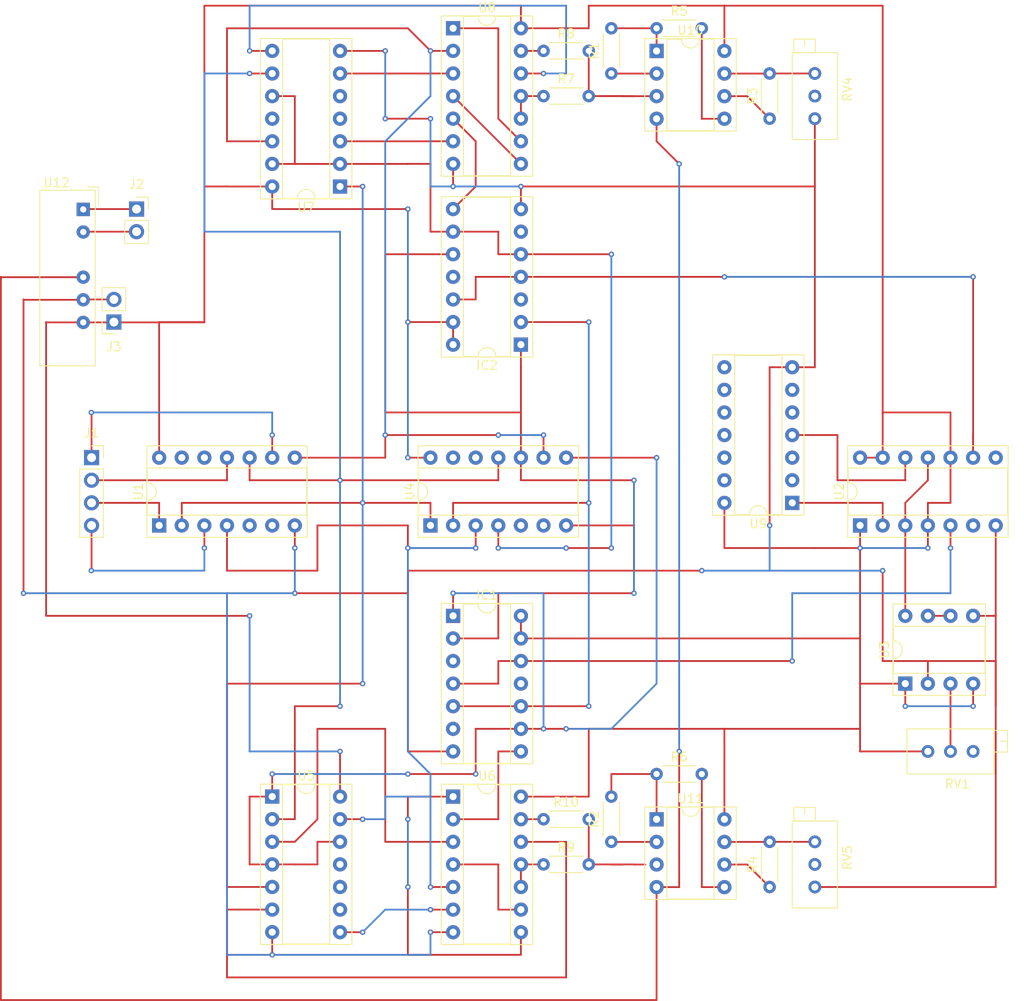
<source format=kicad_pcb>
(kicad_pcb (version 20240108) (generator "pcbnew") (generator_version "8.0")
  (layers (0 "F.Cu" signal) (1 "In1.Cu" signal) (2 "In2.Cu" signal) (31 "B.Cu" signal) (34 "B.Paste" user) (35 "F.Paste" user) (36 "B.SilkS" user "B.Silkscreen") (37 "F.SilkS" user "F.Silkscreen") (38 "B.Mask" user) (39 "F.Mask" user) (44 "Edge.Cuts" user))
  (net 0 "")
  (net 1 "E")
  (net 2 "Net-(IC1-Pad6)")
  (net 3 "+5V")
  (net 4 "GND")
  (net 6 "~B")
  (net 7 "~A")
  (net 8 "~C")
  (net 10 "Net-(IC1-Pad8)")
  (net 12 "~D")
  (net 14 "Net-(IC2-Pad6)")
  (net 15 "Net-(IC2-Pad8)")
  (net 16 "F")
  (net 17 "Net-(J1-Pin_2)")
  (net 18 "Net-(J1-Pin_1)")
  (net 19 "Net-(J1-Pin_3)")
  (net 20 "Net-(J1-Pin_4)")
  (net 21 "Net-(R1-Pad2)")
  (net 22 "Net-(U10A--)")
  (net 23 "Net-(U10B--)")
  (net 24 "Net-(R2-Pad2)")
  (net 25 "Net-(U11A--)")
  (net 26 "Net-(R3-Pad2)")
  (net 27 "Net-(R4-Pad2)")
  (net 28 "Net-(U11B--)")
  (net 29 "Net-(U11A-+)")
  (net 30 "Net-(U11B-+)")
  (net 31 "ML0")
  (net 32 "Net-(U10A-+)")
  (net 33 "ML1")
  (net 34 "MR0")
  (net 35 "Net-(U10B-+)")
  (net 36 "MR1")
  (net 37 "Net-(U3-SET)")
  (net 39 "MD_IN1")
  (net 41 "D")
  (net 42 "B")
  (net 44 "C")
  (net 45 "A")
  (net 46 "CLR")
  (net 47 "~E")
  (net 48 "D_1")
  (net 49 "~F")
  (net 50 "D_2")
  (net 51 "Net-(U3-DIV)")
  (net 54 "Net-(U5-Pad8)")
  (net 55 "Net-(U5-Pad11)")
  (net 56 "Net-(U5-Pad6)")
  (net 57 "Net-(U5-Pad3)")
  (net 58 "Net-(U6-Pad4)")
  (net 59 "Net-(U6-Pad1)")
  (net 60 "Net-(U7-Pad3)")
  (net 61 "Net-(U7-Pad6)")
  (net 62 "Net-(U7-Pad8)")
  (net 63 "Net-(U7-Pad11)")
  (net 64 "Net-(U8-Pad1)")
  (net 71 "-5V")
  (net 72 "Net-(J2-Pin_2)")
  (net 73 "Net-(J2-Pin_1)")
  (net 78 "Net-(U8-Pad4)")
  (net 79 "MD_IN2")
  (footprint "Connector_PinSocket_2.54mm:PinSocket_1x04_P2.54mm_Vertical" (layer "F.Cu") (at 25.425 86.36)
    (property "Reference" "J1")
    (property "Value" "Conn_01x04_Socket")
  )
  (footprint "Resistor_THT:R_Axial_DIN0204_L3.6mm_D1.6mm_P5.08mm_Horizontal" (layer "F.Cu") (at 76.2 132.08)
    (property "Reference" "R9")
    (property "Value" "10k")
  )
  (footprint "Potentiometer_THT:Potentiometer_Bourns_3296X_Horizontal" (layer "F.Cu") (at 119.38 119.38 180)
    (property "Reference" "RV1")
    (property "Value" "R_Potentiometer")
  )
  (footprint "Package_DIP:DIP-14_W7.62mm_Socket" (layer "F.Cu") (at 66.04 38.1)
    (property "Reference" "U8")
    (property "Value" "74HC02")
  )
  (footprint "Package_DIP:DIP-14_W7.62mm_Socket" (layer "F.Cu") (at 53.34 55.885 180)
    (property "Reference" "U7")
    (property "Value" "74HC00")
  )
  (footprint "Connector_PinSocket_2.54mm:PinSocket_1x02_P2.54mm_Vertical" (layer "F.Cu") (at 30.48 58.42)
    (property "Reference" "J2")
    (property "Value" "Conn_01x02_Pin")
  )
  (footprint "Package_DIP:DIP-14_W7.62mm_Socket" (layer "F.Cu") (at 104.14 91.44 180)
    (property "Reference" "U9")
    (property "Value" "74HC02")
  )
  (footprint "Package_DIP:DIP-14_W7.62mm_Socket" (layer "F.Cu") (at 66.04 104.14)
    (property "Reference" "IC1")
    (property "Value" "tc74hc21ap")
  )
  (footprint "Resistor_THT:R_Axial_DIN0204_L3.6mm_D1.6mm_P5.08mm_Horizontal" (layer "F.Cu") (at 76.2 127)
    (property "Reference" "R10")
    (property "Value" "10k")
  )
  (footprint "Resistor_THT:R_Axial_DIN0204_L3.6mm_D1.6mm_P5.08mm_Horizontal" (layer "F.Cu") (at 83.82 129.54 90)
    (property "Reference" "R2")
    (property "Value" "5.1k")
  )
  (footprint "Package_DIP:DIP-14_W7.62mm_Socket" (layer "F.Cu") (at 63.5 93.98 90)
    (property "Reference" "U4")
    (property "Value" "74HC04")
  )
  (footprint "Resistor_THT:R_Axial_DIN0204_L3.6mm_D1.6mm_P5.08mm_Horizontal" (layer "F.Cu") (at 76.2 45.72)
    (property "Reference" "R7")
    (property "Value" "10k")
  )
  (footprint "Package_DIP:DIP-8_W7.62mm_Socket" (layer "F.Cu") (at 116.84 111.76 90)
    (property "Reference" "U3")
    (property "Value" "~")
  )
  (footprint "Package_DIP:DIP-8_W7.62mm_Socket" (layer "F.Cu") (at 88.9 40.65)
    (property "Reference" "U10")
    (property "Value" "NJM4558")
  )
  (footprint "Resistor_THT:R_Axial_DIN0204_L3.6mm_D1.6mm_P5.08mm_Horizontal" (layer "F.Cu") (at 101.6 48.26 90)
    (property "Reference" "R3")
    (property "Value" "10k")
  )
  (footprint "Resistor_THT:R_Axial_DIN0204_L3.6mm_D1.6mm_P5.08mm_Horizontal" (layer "F.Cu") (at 88.9 38.1)
    (property "Reference" "R5")
    (property "Value" "10k")
  )
  (footprint "Resistor_THT:R_Axial_DIN0204_L3.6mm_D1.6mm_P5.08mm_Horizontal" (layer "F.Cu") (at 76.2 40.64)
    (property "Reference" "R8")
    (property "Value" "10k")
  )
  (footprint "Connector_PinSocket_2.54mm:PinSocket_1x02_P2.54mm_Vertical" (layer "F.Cu") (at 27.94 71.12 180)
    (property "Reference" "J3")
    (property "Value" "Conn_01x02_Pin")
  )
  (footprint "Package_DIP:DIP-14_W7.62mm_Socket" (layer "F.Cu") (at 45.72 124.455)
    (property "Reference" "U5")
    (property "Value" "74HC00")
  )
  (footprint "Package_DIP:DIP-14_W7.62mm_Socket" (layer "F.Cu") (at 73.66 73.66 180)
    (property "Reference" "IC2")
    (property "Value" "tc74hc21ap")
  )
  (footprint "Package_DIP:DIP-14_W7.62mm_Socket" (layer "F.Cu") (at 33.02 93.98 90)
    (property "Reference" "U1")
    (property "Value" "74LS07")
  )
  (footprint "Package_DIP:DIP-8_W7.62mm_Socket" (layer "F.Cu") (at 88.9 127.01)
    (property "Reference" "U11")
    (property "Value" "NJM4558")
  )
  (footprint "Converter_DCDC:Converter_DCDC_Murata_NMAxxxxSC_THT" (layer "F.Cu") (at 24.4925 58.4575)
    (property "Reference" "U12")
    (property "Value" "NMA0515SC")
  )
  (footprint "Package_DIP:DIP-14_W7.62mm_Socket" (layer "F.Cu") (at 111.76 93.98 90)
    (property "Reference" "U2")
    (property "Value" "74HC74")
  )
  (footprint "Resistor_THT:R_Axial_DIN0204_L3.6mm_D1.6mm_P5.08mm_Horizontal" (layer "F.Cu") (at 83.82 43.18 90)
    (property "Reference" "R1")
    (property "Value" "5.1k")
  )
  (footprint "Resistor_THT:R_Axial_DIN0204_L3.6mm_D1.6mm_P5.08mm_Horizontal" (layer "F.Cu") (at 101.6 134.62 90)
    (property "Reference" "R4")
    (property "Value" "10k")
  )
  (footprint "Resistor_THT:R_Axial_DIN0204_L3.6mm_D1.6mm_P5.08mm_Horizontal" (layer "F.Cu") (at 88.9 121.92)
    (property "Reference" "R6")
    (property "Value" "10k")
  )
  (footprint "Potentiometer_THT:Potentiometer_Bourns_3296X_Horizontal" (layer "F.Cu") (at 106.68 134.62 -90)
    (property "Reference" "RV5")
    (property "Value" "R_Potentiometer")
  )
  (footprint "Potentiometer_THT:Potentiometer_Bourns_3296X_Horizontal" (layer "F.Cu") (at 106.68 48.26 -90)
    (property "Reference" "RV4")
    (property "Value" "R_Potentiometer")
  )
  (footprint "Package_DIP:DIP-14_W7.62mm_Socket" (layer "F.Cu") (at 66.04 124.46)
    (property "Reference" "U6")
    (property "Value" "74HC02")
  )
  (segment (start 121.92 96.52) (end 121.92 93.98) (width 0.2) (layer "F.Cu") (net 1))
  (segment (start 73.66 109.22) (end 71.12 109.22) (width 0.2) (layer "F.Cu") (net 1))
  (segment (start 71.12 109.22) (end 71.12 111.76) (width 0.2) (layer "F.Cu") (net 1))
  (segment (start 73.66 109.22) (end 104.14 109.22) (width 0.2) (layer "F.Cu") (net 1))
  (segment (start 71.12 111.76) (end 66.04 111.76) (width 0.2) (layer "F.Cu") (net 1))
  (via (at 104.14 109.22) (size 0.6) (drill 0.3) (layers "F.Cu" "B.Cu") (net 1))
  (via (at 121.92 96.52) (size 0.6) (drill 0.3) (layers "F.Cu" "B.Cu") (net 1))
  (segment (start 104.14 109.22) (end 104.14 101.6) (width 0.2) (layer "B.Cu") (net 1))
  (segment (start 104.14 101.6) (end 121.92 101.6) (width 0.2) (layer "B.Cu") (net 1))
  (segment (start 121.92 101.6) (end 121.92 96.52) (width 0.2) (layer "B.Cu") (net 1))
  (segment (start 20.32 71.12) (end 20.3575 71.1575) (width 0.2) (layer "F.Cu") (net 3))
  (segment (start 111.76 106.68) (end 111.76 111.76) (width 0.2) (layer "F.Cu") (net 3))
  (segment (start 53.34 124.455) (end 53.34 119.38) (width 0.2) (layer "F.Cu") (net 3))
  (segment (start 96.52 35.56) (end 114.3 35.56) (width 0.2) (layer "F.Cu") (net 3))
  (segment (start 81.28 124.46) (end 81.28 116.84) (width 0.2) (layer "F.Cu") (net 3))
  (segment (start 119.38 91.44) (end 121.92 91.44) (width 0.2) (layer "F.Cu") (net 3))
  (segment (start 73.66 124.46) (end 81.28 124.46) (width 0.2) (layer "F.Cu") (net 3))
  (segment (start 109.22 116.84) (end 96.52 116.84) (width 0.2) (layer "F.Cu") (net 3))
  (segment (start 124.46 114.3) (end 124.46 111.76) (width 0.2) (layer "F.Cu") (net 3))
  (segment (start 116.84 111.76) (end 111.76 111.76) (width 0.2) (layer "F.Cu") (net 3))
  (segment (start 114.3 35.56) (end 114.3 81.28) (width 0.2) (layer "F.Cu") (net 3))
  (segment (start 121.92 81.28) (end 121.92 86.36) (width 0.2) (layer "F.Cu") (net 3))
  (segment (start 38.1 35.56) (end 38.1 55.88) (width 0.2) (layer "F.Cu") (net 3))
  (segment (start 73.66 104.14) (end 73.66 106.68) (width 0.2) (layer "F.Cu") (net 3))
  (segment (start 96.52 96.52) (end 106.68 96.52) (width 0.2) (layer "F.Cu") (net 3))
  (segment (start 119.38 93.98) (end 119.38 91.44) (width 0.2) (layer "F.Cu") (net 3))
  (segment (start 109.22 116.84) (end 111.76 116.84) (width 0.2) (layer "F.Cu") (net 3))
  (segment (start 38.1 55.88) (end 38.1 71.12) (width 0.2) (layer "F.Cu") (net 3))
  (segment (start 38.0625 71.1575) (end 38.1 71.12) (width 0.2) (layer "F.Cu") (net 3))
  (segment (start 20.32 104.14) (end 20.32 71.12) (width 0.2) (layer "F.Cu") (net 3))
  (segment (start 38.1 55.88) (end 40.64 55.88) (width 0.2) (layer "F.Cu") (net 3))
  (segment (start 73.66 106.68) (end 111.76 106.68) (width 0.2) (layer "F.Cu") (net 3))
  (segment (start 111.76 96.52) (end 106.68 96.52) (width 0.2) (layer "F.Cu") (net 3))
  (segment (start 60.96 71.12) (end 66.04 71.12) (width 0.2) (layer "F.Cu") (net 3))
  (segment (start 96.52 119.38) (end 96.52 127.01) (width 0.2) (layer "F.Cu") (net 3))
  (segment (start 38.1 71.12) (end 33.0575 71.12) (width 0.2) (layer "F.Cu") (net 3))
  (segment (start 33.02 71.1575) (end 33.02 86.36) (width 0.2) (layer "F.Cu") (net 3))
  (segment (start 40.64 55.88) (end 40.645 55.885) (width 0.2) (layer "F.Cu") (net 3))
  (segment (start 73.66 38.1) (end 81.28 38.1) (width 0.2) (layer "F.Cu") (net 3))
  (segment (start 81.28 38.1) (end 81.28 35.56) (width 0.2) (layer "F.Cu") (net 3))
  (segment (start 114.3 86.36) (end 114.3 81.28) (width 0.2) (layer "F.Cu") (net 3))
  (segment (start 33.0575 71.12) (end 33.02 71.1575) (width 0.2) (layer "F.Cu") (net 3))
  (segment (start 96.52 35.56) (end 96.52 40.65) (width 0.2) (layer "F.Cu") (net 3))
  (segment (start 81.28 116.84) (end 96.52 116.84) (width 0.2) (layer "F.Cu") (net 3))
  (segment (start 111.76 96.52) (end 111.76 93.98) (width 0.2) (layer "F.Cu") (net 3))
  (segment (start 119.38 93.98) (end 119.38 96.52) (width 0.2) (layer "F.Cu") (net 3))
  (segment (start 81.28 35.56) (end 96.52 35.56) (width 0.2) (layer "F.Cu") (net 3))
  (segment (start 40.645 55.885) (end 45.72 55.885) (width 0.2) (layer "F.Cu") (net 3))
  (segment (start 114.3 81.28) (end 121.92 81.28) (width 0.2) (layer "F.Cu") (net 3))
  (segment (start 66.04 71.12) (end 66.04 73.66) (width 0.2) (layer "F.Cu") (net 3))
  (segment (start 111.76 86.36) (end 114.3 86.36) (width 0.2) (layer "F.Cu") (net 3))
  (segment (start 45.72 58.42) (end 60.96 58.42) (width 0.2) (layer "F.Cu") (net 3))
  (segment (start 111.76 106.68) (end 111.76 96.52) (width 0.2) (layer "F.Cu") (net 3))
  (segment (start 73.66 35.56) (end 38.1 35.56) (width 0.2) (layer "F.Cu") (net 3))
  (segment (start 96.52 116.84) (end 96.52 119.38) (width 0.2) (layer "F.Cu") (net 3))
  (segment (start 116.84 111.76) (end 116.84 114.3) (width 0.2) (layer "F.Cu") (net 3))
  (segment (start 43.18 104.14) (end 20.32 104.14) (width 0.2) (layer "F.Cu") (net 3))
  (segment (start 111.76 116.84) (end 111.76 119.38) (width 0.2) (layer "F.Cu") (net 3))
  (segment (start 24.4925 71.1575) (end 38.0625 71.1575) (width 0.2) (layer "F.Cu") (net 3))
  (segment (start 20.3575 71.1575) (end 24.4925 71.1575) (width 0.2) (layer "F.Cu") (net 3))
  (segment (start 60.96 86.36) (end 63.5 86.36) (width 0.2) (layer "F.Cu") (net 3))
  (segment (start 45.72 55.885) (end 45.72 58.42) (width 0.2) (layer "F.Cu") (net 3))
  (segment (start 96.52 91.44) (end 96.52 96.52) (width 0.2) (layer "F.Cu") (net 3))
  (segment (start 111.76 119.38) (end 119.38 119.38) (width 0.2) (layer "F.Cu") (net 3))
  (segment (start 121.92 91.44) (end 121.92 86.36) (width 0.2) (layer "F.Cu") (net 3))
  (segment (start 73.66 38.1) (end 73.66 35.56) (width 0.2) (layer "F.Cu") (net 3))
  (segment (start 111.76 111.76) (end 111.76 116.84) (width 0.2) (layer "F.Cu") (net 3))
  (via (at 60.96 58.42) (size 0.6) (drill 0.3) (layers "F.Cu" "B.Cu") (net 3))
  (via (at 43.18 104.14) (size 0.6) (drill 0.3) (layers "F.Cu" "B.Cu") (net 3))
  (via (at 124.46 114.3) (size 0.6) (drill 0.3) (layers "F.Cu" "B.Cu") (net 3))
  (via (at 119.38 96.52) (size 0.6) (drill 0.3) (layers "F.Cu" "B.Cu") (net 3))
  (via (at 53.34 119.38) (size 0.6) (drill 0.3) (layers "F.Cu" "B.Cu") (net 3))
  (via (at 60.96 86.36) (size 0.6) (drill 0.3) (layers "F.Cu" "B.Cu") (net 3))
  (via (at 111.76 96.52) (size 0.6) (drill 0.3) (layers "F.Cu" "B.Cu") (net 3))
  (via (at 60.96 71.12) (size 0.6) (drill 0.3) (layers "F.Cu" "B.Cu") (net 3))
  (via (at 116.84 114.3) (size 0.6) (drill 0.3) (layers "F.Cu" "B.Cu") (net 3))
  (segment (start 60.96 58.42) (end 60.96 71.12) (width 0.2) (layer "B.Cu") (net 3))
  (segment (start 119.38 96.52) (end 111.76 96.52) (width 0.2) (layer "B.Cu") (net 3))
  (segment (start 60.96 71.12) (end 60.96 86.36) (width 0.2) (layer "B.Cu") (net 3))
  (segment (start 53.34 119.38) (end 43.18 119.38) (width 0.2) (layer "B.Cu") (net 3))
  (segment (start 43.18 119.38) (end 43.18 104.14) (width 0.2) (layer "B.Cu") (net 3))
  (segment (start 116.84 114.3) (end 124.46 114.3) (width 0.2) (layer "B.Cu") (net 3))
  (segment (start 73.66 55.88) (end 73.66 58.42) (width 0.2) (layer "F.Cu") (net 4))
  (segment (start 114.3 109.22) (end 119.38 109.22) (width 0.2) (layer "F.Cu") (net 4))
  (segment (start 17.8175 68.6175) (end 17.78 68.58) (width 0.2) (layer "F.Cu") (net 4))
  (segment (start 106.68 48.26) (end 106.68 55.88) (width 0.2) (layer "F.Cu") (net 4))
  (segment (start 60.96 119.38) (end 66.04 119.38) (width 0.2) (layer "F.Cu") (net 4))
  (segment (start 106.68 55.88) (end 73.66 55.88) (width 0.2) (layer "F.Cu") (net 4))
  (segment (start 24.4925 68.6175) (end 17.8175 68.6175) (width 0.2) (layer "F.Cu") (net 4))
  (segment (start 114.3 99.06) (end 114.3 109.22) (width 0.2) (layer "F.Cu") (net 4))
  (segment (start 27.94 68.58) (end 24.53 68.58) (width 0.2) (layer "F.Cu") (net 4))
  (segment (start 66.04 139.7) (end 63.5 139.7) (width 0.2) (layer "F.Cu") (net 4))
  (segment (start 86.36 99.06) (end 86.36 93.98) (width 0.2) (layer "F.Cu") (net 4))
  (segment (start 127 101.6) (end 127 111.76) (width 0.2) (layer "F.Cu") (net 4))
  (segment (start 104.14 76.2) (end 101.6 76.2) (width 0.2) (layer "F.Cu") (net 4))
  (segment (start 66.04 53.34) (end 66.04 55.88) (width 0.2) (layer "F.Cu") (net 4))
  (segment (start 119.38 109.22) (end 127 109.22) (width 0.2) (layer "F.Cu") (net 4))
  (segment (start 45.72 142.24) (end 45.72 139.695) (width 0.2) (layer "F.Cu") (net 4))
  (segment (start 58.42 48.26) (end 63.5 48.26) (width 0.2) (layer "F.Cu") (net 4))
  (segment (start 48.26 96.52) (end 48.26 93.98) (width 0.2) (layer "F.Cu") (net 4))
  (segment (start 60.96 99.06) (end 60.96 119.38) (width 0.2) (layer "F.Cu") (net 4))
  (segment (start 106.68 76.2) (end 104.14 76.2) (width 0.2) (layer "F.Cu") (net 4))
  (segment (start 24.53 68.58) (end 24.4925 68.6175) (width 0.2) (layer "F.Cu") (net 4))
  (segment (start 127 93.98) (end 127 101.6) (width 0.2) (layer "F.Cu") (net 4))
  (segment (start 119.38 111.76) (end 119.38 109.22) (width 0.2) (layer "F.Cu") (net 4))
  (segment (start 127 134.62) (end 106.68 134.62) (width 0.2) (layer "F.Cu") (net 4))
  (segment (start 93.98 99.06) (end 60.96 99.06) (width 0.2) (layer "F.Cu") (net 4))
  (segment (start 86.36 93.98) (end 78.74 93.98) (width 0.2) (layer "F.Cu") (net 4))
  (segment (start 101.6 76.2) (end 101.6 93.98) (width 0.2) (layer "F.Cu") (net 4))
  (segment (start 127 109.22) (end 127 114.3) (width 0.2) (layer "F.Cu") (net 4))
  (segment (start 17.78 68.58) (end 17.78 101.6) (width 0.2) (layer "F.Cu") (net 4))
  (segment (start 53.34 40.645) (end 58.415 40.645) (width 0.2) (layer "F.Cu") (net 4))
  (segment (start 106.68 55.88) (end 106.68 76.2) (width 0.2) (layer "F.Cu") (net 4))
  (segment (start 127 111.76) (end 127 134.62) (width 0.2) (layer "F.Cu") (net 4))
  (segment (start 60.96 99.06) (end 60.96 101.6) (width 0.2) (layer "F.Cu") (net 4))
  (segment (start 127 104.14) (end 124.46 104.14) (width 0.2) (layer "F.Cu") (net 4))
  (segment (start 60.96 101.6) (end 48.26 101.6) (width 0.2) (layer "F.Cu") (net 4))
  (segment (start 58.415 40.645) (end 58.42 40.64) (width 0.2) (layer "F.Cu") (net 4))
  (via (at 66.04 55.88) (size 0.6) (drill 0.3) (layers "F.Cu" "B.Cu") (net 4))
  (via (at 73.66 55.88) (size 0.6) (drill 0.3) (layers "F.Cu" "B.Cu") (net 4))
  (via (at 48.26 96.52) (size 0.6) (drill 0.3) (layers "F.Cu" "B.Cu") (net 4))
  (via (at 63.5 48.26) (size 0.6) (drill 0.3) (layers "F.Cu" "B.Cu") (net 4))
  (via (at 58.42 48.26) (size 0.6) (drill 0.3) (layers "F.Cu" "B.Cu") (net 4))
  (via (at 93.98 99.06) (size 0.6) (drill 0.3) (layers "F.Cu" "B.Cu") (net 4))
  (via (at 58.42 40.64) (size 0.6) (drill 0.3) (layers "F.Cu" "B.Cu") (net 4))
  (via (at 48.26 101.6) (size 0.6) (drill 0.3) (layers "F.Cu" "B.Cu") (net 4))
  (via (at 45.72 142.24) (size 0.6) (drill 0.3) (layers "F.Cu" "B.Cu") (net 4))
  (via (at 17.78 101.6) (size 0.6) (drill 0.3) (layers "F.Cu" "B.Cu") (net 4))
  (via (at 63.5 139.7) (size 0.6) (drill 0.3) (layers "F.Cu" "B.Cu") (net 4))
  (via (at 114.3 99.06) (size 0.6) (drill 0.3) (layers "F.Cu" "B.Cu") (net 4))
  (via (at 101.6 93.98) (size 0.6) (drill 0.3) (layers "F.Cu" "B.Cu") (net 4))
  (segment (start 101.6 93.98) (end 101.6 99.06) (width 0.2) (layer "B.Cu") (net 4))
  (segment (start 63.5 55.88) (end 66.04 55.88) (width 0.2) (layer "B.Cu") (net 4))
  (segment (start 40.64 101.6) (end 48.26 101.6) (width 0.2) (layer "B.Cu") (net 4))
  (segment (start 58.42 40.64) (end 58.42 48.26) (width 0.2) (layer "B.Cu") (net 4))
  (segment (start 40.64 142.24) (end 40.64 101.6) (width 0.2) (layer "B.Cu") (net 4))
  (segment (start 93.98 99.06) (end 101.6 99.06) (width 0.2) (layer "B.Cu") (net 4))
  (segment (start 45.72 142.24) (end 40.64 142.24) (width 0.2) (layer "B.Cu") (net 4))
  (segment (start 63.5 139.7) (end 63.5 142.24) (width 0.2) (layer "B.Cu") (net 4))
  (segment (start 101.6 99.06) (end 114.3 99.06) (width 0.2) (layer "B.Cu") (net 4))
  (segment (start 48.26 101.6) (end 48.26 96.52) (width 0.2) (layer "B.Cu") (net 4))
  (segment (start 63.5 48.26) (end 63.5 55.88) (width 0.2) (layer "B.Cu") (net 4))
  (segment (start 63.5 142.24) (end 45.72 142.24) (width 0.2) (layer "B.Cu") (net 4))
  (segment (start 66.04 55.88) (end 73.66 55.88) (width 0.2) (layer "B.Cu") (net 4))
  (segment (start 17.78 101.6) (end 40.64 101.6) (width 0.2) (layer "B.Cu") (net 4))
  (segment (start 73.66 88.9) (end 81.28 88.9) (width 0.2) (layer "F.Cu") (net 6))
  (segment (start 71.12 106.68) (end 71.12 101.6) (width 0.2) (layer "F.Cu") (net 6))
  (segment (start 58.42 63.5) (end 58.42 81.28) (width 0.2) (layer "F.Cu") (net 6))
  (segment (start 66.04 63.5) (end 58.42 63.5) (width 0.2) (layer "F.Cu") (net 6))
  (segment (start 66.04 106.68) (end 71.12 106.68) (width 0.2) (layer "F.Cu") (net 6))
  (segment (start 71.12 101.6) (end 86.36 101.6) (width 0.2) (layer "F.Cu") (net 6))
  (segment (start 73.66 76.2) (end 73.66 73.66) (width 0.2) (layer "F.Cu") (net 6))
  (segment (start 73.66 86.36) (end 73.66 88.9) (width 0.2) (layer "F.Cu") (net 6))
  (segment (start 58.42 81.28) (end 73.66 81.28) (width 0.2) (layer "F.Cu") (net 6))
  (segment (start 81.28 88.9) (end 86.36 88.9) (width 0.2) (layer "F.Cu") (net 6))
  (segment (start 73.66 76.2) (end 73.66 86.36) (width 0.2) (layer "F.Cu") (net 6))
  (via (at 86.36 101.6) (size 0.6) (drill 0.3) (layers "F.Cu" "B.Cu") (net 6))
  (via (at 86.36 88.9) (size 0.6) (drill 0.3) (layers "F.Cu" "B.Cu") (net 6))
  (segment (start 86.36 101.6) (end 86.36 88.9) (width 0.2) (layer "B.Cu") (net 6))
  (segment (start 50.805 129.535) (end 50.8 129.54) (width 0.2) (layer "F.Cu") (net 7))
  (segment (start 76.2 116.84) (end 73.66 116.84) (width 0.2) (layer "F.Cu") (net 7))
  (segment (start 68.58 116.84) (end 68.58 121.92) (width 0.2) (layer "F.Cu") (net 7))
  (segment (start 43.18 124.46) (end 43.18 132.08) (width 0.2) (layer "F.Cu") (net 7))
  (segment (start 66.04 101.6) (end 66.04 104.14) (width 0.2) (layer "F.Cu") (net 7))
  (segment (start 68.58 121.92) (end 60.96 121.92) (width 0.2) (layer "F.Cu") (net 7))
  (segment (start 48.255 132.075) (end 45.72 132.075) (width 0.2) (layer "F.Cu") (net 7))
  (segment (start 50.8 129.54) (end 50.8 132.08) (width 0.2) (layer "F.Cu") (net 7))
  (segment (start 45.72 124.455) (end 43.185 124.455) (width 0.2) (layer "F.Cu") (net 7))
  (segment (start 76.2 116.84) (end 78.74 116.84) (width 0.2) (layer "F.Cu") (net 7))
  (segment (start 50.8 132.08) (end 48.26 132.08) (width 0.2) (layer "F.Cu") (net 7))
  (segment (start 43.185 124.455) (end 43.18 124.46) (width 0.2) (layer "F.Cu") (net 7))
  (segment (start 48.26 132.08) (end 48.255 132.075) (width 0.2) (layer "F.Cu") (net 7))
  (segment (start 73.66 116.84) (end 68.58 116.84) (width 0.2) (layer "F.Cu") (net 7))
  (segment (start 43.18 132.08) (end 45.715 132.08) (width 0.2) (layer "F.Cu") (net 7))
  (segment (start 53.34 129.535) (end 50.805 129.535) (width 0.2) (layer "F.Cu") (net 7))
  (segment (start 45.715 132.08) (end 45.72 132.075) (width 0.2) (layer "F.Cu") (net 7))
  (segment (start 78.74 86.36) (end 88.9 86.36) (width 0.2) (layer "F.Cu") (net 7))
  (segment (start 45.72 121.92) (end 45.72 124.455) (width 0.2) (layer "F.Cu") (net 7))
  (via (at 60.96 121.92) (size 0.6) (drill 0.3) (layers "F.Cu" "B.Cu") (net 7))
  (via (at 66.04 101.6) (size 0.6) (drill 0.3) (layers "F.Cu" "B.Cu") (net 7))
  (via (at 45.72 121.92) (size 0.6) (drill 0.3) (layers "F.Cu" "B.Cu") (net 7))
  (via (at 78.74 116.84) (size 0.6) (drill 0.3) (layers "F.Cu" "B.Cu") (net 7))
  (via (at 68.58 121.92) (size 0.6) (drill 0.3) (layers "F.Cu" "B.Cu") (net 7))
  (via (at 76.2 116.84) (size 0.6) (drill 0.3) (layers "F.Cu" "B.Cu") (net 7))
  (via (at 88.9 86.36) (size 0.6) (drill 0.3) (layers "F.Cu" "B.Cu") (net 7))
  (segment (start 76.2 101.6) (end 76.2 116.84) (width 0.2) (layer "B.Cu") (net 7))
  (segment (start 83.82 116.84) (end 88.9 111.76) (width 0.2) (layer "B.Cu") (net 7))
  (segment (start 66.04 101.6) (end 76.2 101.6) (width 0.2) (layer "B.Cu") (net 7))
  (segment (start 60.96 121.92) (end 45.72 121.92) (width 0.2) (layer "B.Cu") (net 7))
  (segment (start 88.9 111.76) (end 88.9 86.36) (width 0.2) (layer "B.Cu") (net 7))
  (segment (start 78.74 116.84) (end 83.82 116.84) (width 0.2) (layer "B.Cu") (net 7))
  (segment (start 66.04 93.98) (end 66.04 91.44) (width 0.2) (layer "F.Cu") (net 8))
  (segment (start 66.04 91.44) (end 81.28 91.44) (width 0.2) (layer "F.Cu") (net 8))
  (segment (start 66.04 114.3) (end 73.66 114.3) (width 0.2) (layer "F.Cu") (net 8))
  (segment (start 73.66 114.3) (end 81.28 114.3) (width 0.2) (layer "F.Cu") (net 8))
  (segment (start 73.66 71.12) (end 81.28 71.12) (width 0.2) (layer "F.Cu") (net 8))
  (via (at 81.28 114.3) (size 0.6) (drill 0.3) (layers "F.Cu" "B.Cu") (net 8))
  (via (at 81.28 91.44) (size 0.6) (drill 0.3) (layers "F.Cu" "B.Cu") (net 8))
  (via (at 81.28 71.12) (size 0.6) (drill 0.3) (layers "F.Cu" "B.Cu") (net 8))
  (segment (start 81.28 71.12) (end 81.28 91.44) (width 0.2) (layer "B.Cu") (net 8))
  (segment (start 81.28 114.3) (end 81.28 91.44) (width 0.2) (layer "B.Cu") (net 8))
  (segment (start 71.12 127) (end 66.04 127) (width 0.2) (layer "F.Cu") (net 10))
  (segment (start 71.12 119.38) (end 71.12 127) (width 0.2) (layer "F.Cu") (net 10))
  (segment (start 73.66 119.38) (end 71.12 119.38) (width 0.2) (layer "F.Cu") (net 10))
  (segment (start 83.82 63.5) (end 73.66 63.5) (width 0.2) (layer "F.Cu") (net 12))
  (segment (start 48.26 45.725) (end 48.26 53.345) (width 0.2) (layer "F.Cu") (net 12))
  (segment (start 83.82 96.52) (end 78.74 96.52) (width 0.2) (layer "F.Cu") (net 12))
  (segment (start 63.5 53.34) (end 60.96 53.34) (width 0.2) (layer "F.Cu") (net 12))
  (segment (start 71.12 96.52) (end 71.12 93.98) (width 0.2) (layer "F.Cu") (net 12))
  (segment (start 66.04 60.96) (end 71.12 60.96) (width 0.2) (layer "F.Cu") (net 12))
  (segment (start 48.26 53.345) (end 45.72 53.345) (width 0.2) (layer "F.Cu") (net 12))
  (segment (start 53.34 53.345) (end 48.26 53.345) (width 0.2) (layer "F.Cu") (net 12))
  (segment (start 60.955 53.345) (end 53.34 53.345) (width 0.2) (layer "F.Cu") (net 12))
  (segment (start 71.12 60.96) (end 71.12 63.5) (width 0.2) (layer "F.Cu") (net 12))
  (segment (start 60.96 53.34) (end 60.955 53.345) (width 0.2) (layer "F.Cu") (net 12))
  (segment (start 45.72 45.725) (end 48.26 45.725) (width 0.2) (layer "F.Cu") (net 12))
  (segment (start 63.5 60.96) (end 66.04 60.96) (width 0.2) (layer "F.Cu") (net 12))
  (segment (start 71.12 63.5) (end 73.66 63.5) (width 0.2) (layer "F.Cu") (net 12))
  (segment (start 63.5 53.34) (end 63.5 60.96) (width 0.2) (layer "F.Cu") (net 12))
  (via (at 83.82 96.52) (size 0.6) (drill 0.3) (layers "F.Cu" "B.Cu") (net 12))
  (via (at 78.74 96.52) (size 0.6) (drill 0.3) (layers "F.Cu" "B.Cu") (net 12))
  (via (at 71.12 96.52) (size 0.6) (drill 0.3) (layers "F.Cu" "B.Cu") (net 12))
  (via (at 83.82 63.5) (size 0.6) (drill 0.3) (layers "F.Cu" "B.Cu") (net 12))
  (segment (start 78.74 96.52) (end 71.12 96.52) (width 0.2) (layer "B.Cu") (net 12))
  (segment (start 83.82 63.5) (end 83.82 96.52) (width 0.2) (layer "B.Cu") (net 12))
  (segment (start 68.58 50.8) (end 68.58 55.88) (width 0.2) (layer "F.Cu") (net 15))
  (segment (start 66.04 48.26) (end 68.58 50.8) (width 0.2) (layer "F.Cu") (net 15))
  (segment (start 68.58 55.88) (end 66.04 58.42) (width 0.2) (layer "F.Cu") (net 15))
  (segment (start 96.52 66.04) (end 73.66 66.04) (width 0.2) (layer "F.Cu") (net 16))
  (segment (start 68.58 68.58) (end 66.04 68.58) (width 0.2) (layer "F.Cu") (net 16))
  (segment (start 124.46 86.36) (end 124.46 83.82) (width 0.2) (layer "F.Cu") (net 16))
  (segment (start 68.58 66.04) (end 68.58 68.58) (width 0.2) (layer "F.Cu") (net 16))
  (segment (start 124.46 66.04) (end 124.46 86.36) (width 0.2) (layer "F.Cu") (net 16))
  (segment (start 73.66 66.04) (end 68.58 66.04) (width 0.2) (layer "F.Cu") (net 16))
  (via (at 96.52 66.04) (size 0.6) (drill 0.3) (layers "F.Cu" "B.Cu") (net 16))
  (via (at 124.46 66.04) (size 0.6) (drill 0.3) (layers "F.Cu" "B.Cu") (net 16))
  (segment (start 96.52 66.04) (end 124.46 66.04) (width 0.2) (layer "B.Cu") (net 16))
  (segment (start 25.425 88.9) (end 40.64 88.9) (width 0.2) (layer "F.Cu") (net 17))
  (segment (start 40.64 88.9) (end 40.64 86.36) (width 0.2) (layer "F.Cu") (net 17))
  (segment (start 25.425 81.305) (end 25.4 81.28) (width 0.2) (layer "F.Cu") (net 18))
  (segment (start 25.425 86.36) (end 25.425 81.305) (width 0.2) (layer "F.Cu") (net 18))
  (segment (start 45.72 83.82) (end 45.72 86.36) (width 0.2) (layer "F.Cu") (net 18))
  (via (at 25.4 81.28) (size 0.6) (drill 0.3) (layers "F.Cu" "B.Cu") (net 18))
  (via (at 45.72 83.82) (size 0.6) (drill 0.3) (layers "F.Cu" "B.Cu") (net 18))
  (segment (start 25.4 81.28) (end 45.72 81.28) (width 0.2) (layer "B.Cu") (net 18))
  (segment (start 45.72 81.28) (end 45.72 83.82) (width 0.2) (layer "B.Cu") (net 18))
  (segment (start 33.02 91.44) (end 33.02 93.98) (width 0.2) (layer "F.Cu") (net 19))
  (segment (start 25.425 91.44) (end 33.02 91.44) (width 0.2) (layer "F.Cu") (net 19))
  (segment (start 25.425 99.035) (end 25.4 99.06) (width 0.2) (layer "F.Cu") (net 20))
  (segment (start 25.425 93.98) (end 25.425 99.035) (width 0.2) (layer "F.Cu") (net 20))
  (segment (start 38.1 93.98) (end 38.1 96.52) (width 0.2) (layer "F.Cu") (net 20))
  (via (at 38.1 96.52) (size 0.6) (drill 0.3) (layers "F.Cu" "B.Cu") (net 20))
  (via (at 25.4 99.06) (size 0.6) (drill 0.3) (layers "F.Cu" "B.Cu") (net 20))
  (segment (start 38.1 99.06) (end 38.1 96.52) (width 0.2) (layer "B.Cu") (net 20))
  (segment (start 25.4 99.06) (end 38.1 99.06) (width 0.2) (layer "B.Cu") (net 20))
  (segment (start 88.9 38.1) (end 83.82 38.1) (width 0.2) (layer "F.Cu") (net 21))
  (segment (start 88.9 38.1) (end 88.9 40.65) (width 0.2) (layer "F.Cu") (net 21))
  (segment (start 83.83 43.19) (end 88.9 43.19) (width 0.2) (layer "F.Cu") (net 22))
  (segment (start 83.82 43.18) (end 83.83 43.19) (width 0.2) (layer "F.Cu") (net 22))
  (segment (start 99.07 45.73) (end 101.6 48.26) (width 0.2) (layer "F.Cu") (net 23))
  (segment (start 96.52 45.73) (end 99.07 45.73) (width 0.2) (layer "F.Cu") (net 23))
  (segment (start 83.82 121.92) (end 88.9 121.92) (width 0.2) (layer "F.Cu") (net 24))
  (segment (start 88.9 121.92) (end 88.9 127.01) (width 0.2) (layer "F.Cu") (net 24))
  (segment (start 83.82 124.46) (end 83.82 121.92) (width 0.2) (layer "F.Cu") (net 24))
  (segment (start 88.9 129.55) (end 83.83 129.55) (width 0.2) (layer "F.Cu") (net 25))
  (segment (start 83.83 129.55) (end 83.82 129.54) (width 0.2) (layer "F.Cu") (net 25))
  (segment (start 101.6 43.18) (end 106.68 43.18) (width 0.2) (layer "F.Cu") (net 26))
  (segment (start 101.59 43.19) (end 101.6 43.18) (width 0.2) (layer "F.Cu") (net 26))
  (segment (start 96.52 43.19) (end 101.59 43.19) (width 0.2) (layer "F.Cu") (net 26))
  (segment (start 106.68 129.54) (end 101.6 129.54) (width 0.2) (layer "F.Cu") (net 27))
  (segment (start 96.52 129.55) (end 101.59 129.55) (width 0.2) (layer "F.Cu") (net 27))
  (segment (start 101.59 129.55) (end 101.6 129.54) (width 0.2) (layer "F.Cu") (net 27))
  (segment (start 99.07 132.09) (end 101.6 134.62) (width 0.2) (layer "F.Cu") (net 28))
  (segment (start 96.52 132.09) (end 99.07 132.09) (width 0.2) (layer "F.Cu") (net 28))
  (segment (start 86.36 132.08) (end 83.84 132.08) (width 0.2) (layer "F.Cu") (net 29))
  (segment (start 81.28 127) (end 81.28 132.08) (width 0.2) (layer "F.Cu") (net 29))
  (segment (start 83.82 132.08) (end 83.83 132.09) (width 0.2) (layer "F.Cu") (net 29))
  (segment (start 83.83 132.09) (end 85.1 132.09) (width 0.2) (layer "F.Cu") (net 29))
  (segment (start 86.37 132.09) (end 86.36 132.08) (width 0.2) (layer "F.Cu") (net 29))
  (segment (start 81.28 132.08) (end 83.82 132.08) (width 0.2) (layer "F.Cu") (net 29))
  (segment (start 87.64 132.09) (end 86.37 132.09) (width 0.2) (layer "F.Cu") (net 29))
  (segment (start 83.84 132.08) (end 83.83 132.09) (width 0.2) (layer "F.Cu") (net 29))
  (segment (start 93.99 134.63) (end 96.52 134.63) (width 0.2) (layer "F.Cu") (net 30))
  (segment (start 93.98 121.92) (end 93.98 134.62) (width 0.2) (layer "F.Cu") (net 30))
  (segment (start 93.98 134.62) (end 93.99 134.63) (width 0.2) (layer "F.Cu") (net 30))
  (segment (start 73.66 45.72) (end 73.66 48.26) (width 0.2) (layer "F.Cu") (net 31))
  (segment (start 76.2 45.72) (end 73.66 45.72) (width 0.2) (layer "F.Cu") (net 31))
  (segment (start 81.28 45.72) (end 85.09 45.72) (width 0.2) (layer "F.Cu") (net 32))
  (segment (start 88.9 45.73) (end 88.89 45.72) (width 0.2) (layer "F.Cu") (net 32))
  (segment (start 86.36 45.73) (end 85.1 45.73) (width 0.2) (layer "F.Cu") (net 32))
  (segment (start 88.9 45.73) (end 86.36 45.73) (width 0.2) (layer "F.Cu") (net 32))
  (segment (start 86.36 45.73) (end 82.56 45.73) (width 0.2) (layer "F.Cu") (net 32))
  (segment (start 85.1 45.73) (end 85.09 45.72) (width 0.2) (layer "F.Cu") (net 32))
  (segment (start 81.28 40.64) (end 81.28 45.72) (width 0.2) (layer "F.Cu") (net 32))
  (segment (start 76.2 40.64) (end 73.66 40.64) (width 0.2) (layer "F.Cu") (net 33))
  (segment (start 73.66 132.08) (end 76.2 132.08) (width 0.2) (layer "F.Cu") (net 34))
  (segment (start 73.66 134.62) (end 73.66 132.08) (width 0.2) (layer "F.Cu") (net 34))
  (segment (start 93.99 48.27) (end 96.52 48.27) (width 0.2) (layer "F.Cu") (net 35))
  (segment (start 93.98 38.1) (end 93.98 48.26) (width 0.2) (layer "F.Cu") (net 35))
  (segment (start 93.98 48.26) (end 93.99 48.27) (width 0.2) (layer "F.Cu") (net 35))
  (segment (start 76.2 127) (end 73.66 127) (width 0.2) (layer "F.Cu") (net 36))
  (segment (start 121.92 111.76) (end 121.92 119.38) (width 0.2) (layer "F.Cu") (net 37))
  (segment (start 55.88 127) (end 55.875 126.995) (width 0.2) (layer "F.Cu") (net 41))
  (segment (start 55.875 126.995) (end 53.34 126.995) (width 0.2) (layer "F.Cu") (net 41))
  (segment (start 60.96 93.98) (end 60.96 96.52) (width 0.2) (layer "F.Cu") (net 41))
  (segment (start 40.64 93.98) (end 40.64 99.06) (width 0.2) (layer "F.Cu") (net 41))
  (segment (start 40.64 99.06) (end 50.8 99.06) (width 0.2) (layer "F.Cu") (net 41))
  (segment (start 68.58 96.52) (end 68.58 93.98) (width 0.2) (layer "F.Cu") (net 41))
  (segment (start 63.5 134.62) (end 66.04 134.62) (width 0.2) (layer "F.Cu") (net 41))
  (segment (start 50.8 93.98) (end 60.96 93.98) (width 0.2) (layer "F.Cu") (net 41))
  (segment (start 50.8 99.06) (end 50.8 93.98) (width 0.2) (layer "F.Cu") (net 41))
  (via (at 63.5 134.62) (size 0.6) (drill 0.3) (layers "F.Cu" "B.Cu") (net 41))
  (via (at 60.96 96.52) (size 0.6) (drill 0.3) (layers "F.Cu" "B.Cu") (net 41))
  (via (at 55.88 127) (size 0.6) (drill 0.3) (layers "F.Cu" "B.Cu") (net 41))
  (via (at 68.58 96.52) (size 0.6) (drill 0.3) (layers "F.Cu" "B.Cu") (net 41))
  (segment (start 58.42 124.46) (end 63.5 124.46) (width 0.2) (layer "B.Cu") (net 41))
  (segment (start 63.5 121.92) (end 60.96 119.38) (width 0.2) (layer "B.Cu") (net 41))
  (segment (start 63.5 124.46) (end 63.5 134.62) (width 0.2) (layer "B.Cu") (net 41))
  (segment (start 60.96 96.52) (end 60.96 99.06) (width 0.2) (layer "B.Cu") (net 41))
  (segment (start 60.96 119.38) (end 60.96 99.06) (width 0.2) (layer "B.Cu") (net 41))
  (segment (start 55.88 127) (end 58.42 127) (width 0.2) (layer "B.Cu") (net 41))
  (segment (start 63.5 124.46) (end 63.5 121.92) (width 0.2) (layer "B.Cu") (net 41))
  (segment (start 58.42 127) (end 58.42 124.46) (width 0.2) (layer "B.Cu") (net 41))
  (segment (start 60.96 96.52) (end 68.58 96.52) (width 0.2) (layer "B.Cu") (net 41))
  (segment (start 71.12 88.9) (end 43.18 88.9) (width 0.2) (layer "F.Cu") (net 42))
  (segment (start 43.18 88.9) (end 43.18 86.36) (width 0.2) (layer "F.Cu") (net 42))
  (segment (start 45.72 43.185) (end 43.185 43.185) (width 0.2) (layer "F.Cu") (net 42))
  (segment (start 53.34 114.3) (end 48.26 114.3) (width 0.2) (layer "F.Cu") (net 42))
  (segment (start 43.185 43.185) (end 43.18 43.18) (width 0.2) (layer "F.Cu") (net 42))
  (segment (start 48.255 126.995) (end 45.72 126.995) (width 0.2) (layer "F.Cu") (net 42))
  (segment (start 48.26 126.99) (end 48.255 126.995) (width 0.2) (layer "F.Cu") (net 42))
  (segment (start 48.26 114.3) (end 48.26 126.99) (width 0.2) (layer "F.Cu") (net 42))
  (segment (start 71.12 86.36) (end 71.12 88.9) (width 0.2) (layer "F.Cu") (net 42))
  (via (at 43.18 43.18) (size 0.6) (drill 0.3) (layers "F.Cu" "B.Cu") (net 42))
  (via (at 53.34 88.9) (size 0.6) (drill 0.3) (layers "F.Cu" "B.Cu") (net 42))
  (via (at 53.34 114.3) (size 0.6) (drill 0.3) (layers "F.Cu" "B.Cu") (net 42))
  (segment (start 53.34 114.3) (end 53.34 88.9) (width 0.2) (layer "B.Cu") (net 42))
  (segment (start 38.1 43.18) (end 38.1 60.96) (width 0.2) (layer "B.Cu") (net 42))
  (segment (start 38.1 60.96) (end 53.34 60.96) (width 0.2) (layer "B.Cu") (net 42))
  (segment (start 53.34 60.96) (end 53.34 88.9) (width 0.2) (layer "B.Cu") (net 42))
  (segment (start 43.18 43.18) (end 38.1 43.18) (width 0.2) (layer "B.Cu") (net 42))
  (segment (start 35.56 93.98) (end 35.56 91.44) (width 0.2) (layer "F.Cu") (net 44))
  (segment (start 40.64 134.62) (end 40.645 134.615) (width 0.2) (layer "F.Cu") (net 44))
  (segment (start 53.34 55.885) (end 55.875 55.885) (width 0.2) (layer "F.Cu") (net 44))
  (segment (start 55.88 111.76) (end 40.64 111.76) (width 0.2) (layer "F.Cu") (net 44))
  (segment (start 40.645 134.615) (end 45.72 134.615) (width 0.2) (layer "F.Cu") (net 44))
  (segment (start 63.5 91.44) (end 63.5 93.98) (width 0.2) (layer "F.Cu") (net 44))
  (segment (start 40.64 111.76) (end 40.64 134.62) (width 0.2) (layer "F.Cu") (net 44))
  (segment (start 55.875 55.885) (end 55.88 55.88) (width 0.2) (layer "F.Cu") (net 44))
  (segment (start 35.56 91.44) (end 63.5 91.44) (width 0.2) (layer "F.Cu") (net 44))
  (via (at 55.88 55.88) (size 0.6) (drill 0.3) (layers "F.Cu" "B.Cu") (net 44))
  (via (at 55.88 111.76) (size 0.6) (drill 0.3) (layers "F.Cu" "B.Cu") (net 44))
  (via (at 55.88 91.44) (size 0.6) (drill 0.3) (layers "F.Cu" "B.Cu") (net 44))
  (segment (start 55.88 55.88) (end 55.88 91.44) (width 0.2) (layer "B.Cu") (net 44))
  (segment (start 55.88 111.76) (end 55.88 91.44) (width 0.2) (layer "B.Cu") (net 44))
  (segment (start 58.42 83.82) (end 71.12 83.82) (width 0.2) (layer "F.Cu") (net 45))
  (segment (start 76.2 83.82) (end 76.2 86.36) (width 0.2) (layer "F.Cu") (net 45))
  (segment (start 40.64 38.105) (end 40.64 50.805) (width 0.2) (layer "F.Cu") (net 45))
  (segment (start 58.42 86.36) (end 48.26 86.36) (width 0.2) (layer "F.Cu") (net 45))
  (segment (start 63.5 40.64) (end 60.965 38.105) (width 0.2) (layer "F.Cu") (net 45))
  (segment (start 40.64 50.805) (end 45.72 50.805) (width 0.2) (layer "F.Cu") (net 45))
  (segment (start 58.42 83.82) (end 58.42 86.36) (width 0.2) (layer "F.Cu") (net 45))
  (segment (start 63.5 40.64) (end 66.04 40.64) (width 0.2) (layer "F.Cu") (net 45))
  (segment (start 60.965 38.105) (end 40.64 38.105) (width 0.2) (layer "F.Cu") (net 45))
  (via (at 76.2 83.82) (size 0.6) (drill 0.3) (layers "F.Cu" "B.Cu") (net 45))
  (via (at 58.42 83.82) (size 0.6) (drill 0.3) (layers "F.Cu" "B.Cu") (net 45))
  (via (at 63.5 40.64) (size 0.6) (drill 0.3) (layers "F.Cu" "B.Cu") (net 45))
  (via (at 71.12 83.82) (size 0.6) (drill 0.3) (layers "F.Cu" "B.Cu") (net 45))
  (segment (start 63.5 45.72) (end 58.42 50.8) (width 0.2) (layer "B.Cu") (net 45))
  (segment (start 58.42 83.82) (end 58.42 50.8) (width 0.2) (layer "B.Cu") (net 45))
  (segment (start 71.12 83.82) (end 76.2 83.82) (width 0.2) (layer "B.Cu") (net 45))
  (segment (start 63.5 40.64) (end 63.5 45.72) (width 0.2) (layer "B.Cu") (net 45))
  (segment (start 119.38 88.9) (end 119.38 86.36) (width 0.2) (layer "F.Cu") (net 46))
  (segment (start 116.84 91.44) (end 119.38 88.9) (width 0.2) (layer "F.Cu") (net 46))
  (segment (start 116.84 93.98) (end 116.84 91.44) (width 0.2) (layer "F.Cu") (net 46))
  (segment (start 116.84 93.98) (end 116.84 104.14) (width 0.2) (layer "F.Cu") (net 46))
  (segment (start 114.3 91.44) (end 104.14 91.44) (width 0.2) (layer "F.Cu") (net 48))
  (segment (start 114.3 93.98) (end 114.3 91.44) (width 0.2) (layer "F.Cu") (net 48))
  (segment (start 109.22 88.9) (end 109.22 83.82) (width 0.2) (layer "F.Cu") (net 50))
  (segment (start 109.22 83.82) (end 104.14 83.82) (width 0.2) (layer "F.Cu") (net 50))
  (segment (start 116.84 88.9) (end 109.22 88.9) (width 0.2) (layer "F.Cu") (net 50))
  (segment (start 116.84 86.36) (end 116.84 88.9) (width 0.2) (layer "F.Cu") (net 50))
  (segment (start 119.38 104.14) (end 121.92 104.14) (width 0.2) (layer "F.Cu") (net 51))
  (segment (start 53.345 139.7) (end 53.34 139.695) (width 0.2) (layer "F.Cu") (net 54))
  (segment (start 55.88 139.7) (end 53.345 139.7) (width 0.2) (layer "F.Cu") (net 54))
  (segment (start 53.34 139.7) (end 53.335 139.695) (width 0.2) (layer "F.Cu") (net 54))
  (segment (start 66.04 137.16) (end 63.5 137.16) (width 0.2) (layer "F.Cu") (net 54))
  (via (at 63.5 137.16) (size 0.6) (drill 0.3) (layers "F.Cu" "B.Cu") (net 54))
  (via (at 55.88 139.7) (size 0.6) (drill 0.3) (layers "F.Cu" "B.Cu") (net 54))
  (segment (start 63.5 137.16) (end 58.42 137.16) (width 0.2) (layer "B.Cu") (net 54))
  (segment (start 58.42 137.16) (end 55.88 139.7) (width 0.2) (layer "B.Cu") (net 54))
  (segment (start 78.74 144.78) (end 40.64 144.78) (width 0.2) (layer "F.Cu") (net 56))
  (segment (start 40.645 137.155) (end 45.72 137.155) (width 0.2) (layer "F.Cu") (net 56))
  (segment (start 78.74 129.54) (end 78.74 144.78) (width 0.2) (layer "F.Cu") (net 56))
  (segment (start 40.64 137.16) (end 40.645 137.155) (width 0.2) (layer "F.Cu") (net 56))
  (segment (start 40.64 144.78) (end 40.64 137.16) (width 0.2) (layer "F.Cu") (net 56))
  (segment (start 73.66 129.54) (end 78.74 129.54) (width 0.2) (layer "F.Cu") (net 56))
  (segment (start 50.8 116.84) (end 58.42 116.84) (width 0.2) (layer "F.Cu") (net 57))
  (segment (start 58.42 116.84) (end 58.42 129.54) (width 0.2) (layer "F.Cu") (net 57))
  (segment (start 45.72 129.535) (end 48.255 129.535) (width 0.2) (layer "F.Cu") (net 57))
  (segment (start 58.42 129.54) (end 66.04 129.54) (width 0.2) (layer "F.Cu") (net 57))
  (segment (start 48.255 129.535) (end 48.26 129.54) (width 0.2) (layer "F.Cu") (net 57))
  (segment (start 48.26 129.54) (end 50.8 127) (width 0.2) (layer "F.Cu") (net 57))
  (segment (start 50.8 127) (end 50.8 116.84) (width 0.2) (layer "F.Cu") (net 57))
  (segment (start 66.04 132.08) (end 71.12 132.08) (width 0.2) (layer "F.Cu") (net 58))
  (segment (start 71.12 132.08) (end 71.12 137.16) (width 0.2) (layer "F.Cu") (net 58))
  (segment (start 71.12 137.16) (end 73.66 137.16) (width 0.2) (layer "F.Cu") (net 58))
  (segment (start 60.96 124.46) (end 66.04 124.46) (width 0.2) (layer "F.Cu") (net 59))
  (segment (start 73.66 142.24) (end 73.66 139.7) (width 0.2) (layer "F.Cu") (net 59))
  (segment (start 60.96 142.24) (end 73.66 142.24) (width 0.2) (layer "F.Cu") (net 59))
  (segment (start 60.96 134.62) (end 60.96 142.24) (width 0.2) (layer "F.Cu") (net 59))
  (segment (start 60.96 124.46) (end 60.96 127) (width 0.2) (layer "F.Cu") (net 59))
  (via (at 60.96 127) (size 0.6) (drill 0.3) (layers "F.Cu" "B.Cu") (net 59))
  (via (at 60.96 134.62) (size 0.6) (drill 0.3) (layers "F.Cu" "B.Cu") (net 59))
  (segment (start 60.96 127) (end 60.96 134.62) (width 0.2) (layer "B.Cu") (net 59))
  (segment (start 63.495 50.805) (end 53.34 50.805) (width 0.2) (layer "F.Cu") (net 60))
  (segment (start 63.5 50.8) (end 63.495 50.805) (width 0.2) (layer "F.Cu") (net 60))
  (segment (start 66.04 50.8) (end 63.5 50.8) (width 0.2) (layer "F.Cu") (net 60))
  (segment (start 66.04 43.18) (end 63.5 43.18) (width 0.2) (layer "F.Cu") (net 61))
  (segment (start 63.5 43.18) (end 63.495 43.185) (width 0.2) (layer "F.Cu") (net 61))
  (segment (start 63.495 43.185) (end 53.34 43.185) (width 0.2) (layer "F.Cu") (net 61))
  (segment (start 45.72 40.645) (end 43.185 40.645) (width 0.2) (layer "F.Cu") (net 62))
  (segment (start 76.2 43.18) (end 73.66 43.18) (width 0.2) (layer "F.Cu") (net 62))
  (segment (start 43.185 40.645) (end 43.18 40.64) (width 0.2) (layer "F.Cu") (net 62))
  (via (at 43.18 40.64) (size 0.6) (drill 0.3) (layers "F.Cu" "B.Cu") (net 62))
  (via (at 76.2 43.18) (size 0.6) (drill 0.3) (layers "F.Cu" "B.Cu") (net 62))
  (segment (start 78.74 43.18) (end 76.2 43.18) (width 0.2) (layer "B.Cu") (net 62))
  (segment (start 78.74 35.56) (end 78.74 43.18) (width 0.2) (layer "B.Cu") (net 62))
  (segment (start 43.18 35.56) (end 78.74 35.56) (width 0.2) (layer "B.Cu") (net 62))
  (segment (start 43.18 40.64) (end 43.18 35.56) (width 0.2) (layer "B.Cu") (net 62))
  (segment (start 66.04 38.1) (end 71.12 38.1) (width 0.2) (layer "F.Cu") (net 64))
  (segment (start 71.12 38.1) (end 71.12 48.26) (width 0.2) (layer "F.Cu") (net 64))
  (segment (start 71.12 48.26) (end 73.66 50.8) (width 0.2) (layer "F.Cu") (net 64))
  (segment (start 15.2775 66.0775) (end 15.24 66.04) (width 0.2) (layer "F.Cu") (net 71))
  (segment (start 91.43 134.63) (end 88.9 134.63) (width 0.2) (layer "F.Cu") (net 71))
  (segment (start 24.4925 66.0775) (end 15.2775 66.0775) (width 0.2) (layer "F.Cu") (net 71))
  (segment (start 91.44 134.62) (end 91.43 134.63) (width 0.2) (layer "F.Cu") (net 71))
  (segment (start 91.44 119.38) (end 91.44 134.62) (width 0.2) (layer "F.Cu") (net 71))
  (segment (start 15.24 66.04) (end 15.24 147.32) (width 0.2) (layer "F.Cu") (net 71))
  (segment (start 88.9 48.27) (end 88.9 50.8) (width 0.2) (layer "F.Cu") (net 71))
  (segment (start 15.24 147.32) (end 88.9 147.32) (width 0.2) (layer "F.Cu") (net 71))
  (segment (start 88.9 50.8) (end 91.44 53.34) (width 0.2) (layer "F.Cu") (net 71))
  (segment (start 88.9 147.32) (end 88.9 134.63) (width 0.2) (layer "F.Cu") (net 71))
  (via (at 91.44 53.34) (size 0.6) (drill 0.3) (layers "F.Cu" "B.Cu") (net 71))
  (via (at 91.44 119.38) (size 0.6) (drill 0.3) (layers "F.Cu" "B.Cu") (net 71))
  (segment (start 91.44 53.34) (end 91.44 119.38) (width 0.2) (layer "B.Cu") (net 71))
  (segment (start 24.53 60.96) (end 24.4925 60.9975) (width 0.2) (layer "F.Cu") (net 72))
  (segment (start 30.48 60.96) (end 24.53 60.96) (width 0.2) (layer "F.Cu") (net 72))
  (segment (start 30.48 58.42) (end 24.53 58.42) (width 0.2) (layer "F.Cu") (net 73))
  (segment (start 24.53 58.42) (end 24.4925 58.4575) (width 0.2) (layer "F.Cu") (net 73))
  (segment (start 66.04 45.72) (end 73.66 53.34) (width 0.2) (layer "F.Cu") (net 78))
)
</source>
